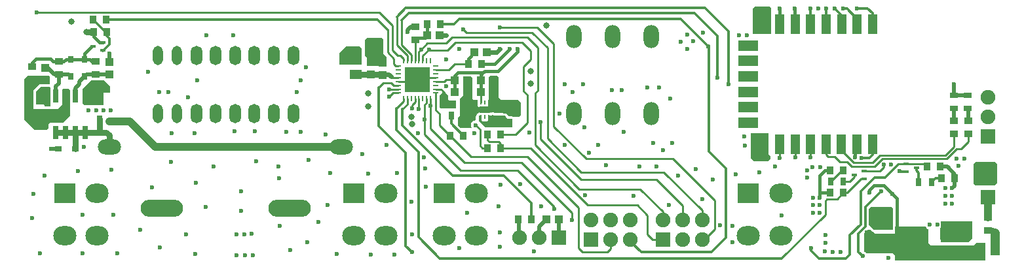
<source format=gtl>
G04 Layer_Physical_Order=1*
G04 Layer_Color=255*
%FSLAX24Y24*%
%MOIN*%
G70*
G01*
G75*
%ADD10R,0.0098X0.0236*%
%ADD11R,0.0354X0.0394*%
%ADD12R,0.0394X0.0354*%
%ADD13R,0.0394X0.0394*%
%ADD14R,0.0394X0.0394*%
%ADD15R,0.0450X0.1000*%
%ADD16R,0.1000X0.0550*%
%ADD17R,0.1299X0.1299*%
%ADD18O,0.0276X0.0098*%
%ADD19O,0.0098X0.0276*%
%ADD20R,0.0472X0.0630*%
%ADD21R,0.0630X0.0472*%
%ADD22R,0.0394X0.0315*%
%ADD23R,0.0315X0.0394*%
%ADD24R,0.0335X0.0315*%
%ADD25R,0.0315X0.0335*%
%ADD26R,0.0276X0.0157*%
%ADD27R,0.0283X0.0701*%
%ADD28R,0.1260X0.0630*%
%ADD29C,0.0098*%
%ADD30C,0.0197*%
%ADD31C,0.0157*%
%ADD32C,0.0118*%
%ADD33C,0.0236*%
%ADD34C,0.0315*%
%ADD35C,0.0472*%
%ADD36C,0.0394*%
%ADD37R,0.0571X0.0354*%
%ADD38C,0.0748*%
%ADD39R,0.0748X0.0748*%
%ADD40O,0.1181X0.0787*%
%ADD41O,0.2165X0.0866*%
%ADD42O,0.0512X0.0984*%
%ADD43O,0.0591X0.0984*%
%ADD44C,0.0236*%
%ADD45R,0.0748X0.0748*%
%ADD46O,0.1181X0.0984*%
%ADD47R,0.1102X0.0984*%
%ADD48O,0.0787X0.1181*%
%ADD49C,0.0315*%
%ADD50C,0.0394*%
G36*
X38071Y5433D02*
X38150Y5354D01*
X38150Y5197D01*
X38031Y5079D01*
X37323D01*
X37165Y5236D01*
X37165Y6496D01*
X38071D01*
Y5433D01*
D02*
G37*
G36*
X24043Y7453D02*
X24094Y7402D01*
X24646D01*
X24754Y7244D01*
X25039D01*
X25039Y6829D01*
X24685Y6829D01*
X23624Y6829D01*
X23317Y7136D01*
X23317Y7403D01*
X23337Y7419D01*
X23452D01*
Y7224D01*
X23462Y7178D01*
X23488Y7139D01*
X23527Y7113D01*
X23573Y7104D01*
X23671D01*
X23717Y7113D01*
X23756Y7139D01*
X23783Y7178D01*
X23792Y7224D01*
Y7419D01*
X23907D01*
X23954Y7428D01*
X23993Y7454D01*
X24043Y7453D01*
D02*
G37*
G36*
X21565Y8661D02*
X21769Y8457D01*
Y8425D01*
X21772Y8414D01*
X21772Y8228D01*
X21811Y8189D01*
X22165D01*
Y7795D01*
X21378D01*
X21339Y7835D01*
Y8434D01*
X21351Y8442D01*
X21388Y8498D01*
X21392Y8518D01*
X21457Y8583D01*
Y8626D01*
X21492Y8661D01*
X21565Y8661D01*
D02*
G37*
G36*
X49606Y5039D02*
X49685Y4961D01*
X49685Y3976D01*
X49567Y3858D01*
X48583Y3858D01*
X48504Y3937D01*
X48504Y4961D01*
X48583Y5039D01*
X49606Y5039D01*
D02*
G37*
G36*
X48425Y1142D02*
X48228Y945D01*
X46811Y945D01*
X46811Y2008D01*
X48425Y2008D01*
X48425Y1142D01*
D02*
G37*
G36*
X46055Y1732D02*
X46090Y1680D01*
X46168Y1628D01*
X46181Y1625D01*
X46181Y906D01*
X46319Y768D01*
X48484D01*
X48622Y906D01*
X49094Y906D01*
Y4D01*
X44488D01*
X44488Y276D01*
X44370Y394D01*
X44196D01*
X44173Y398D01*
X44150Y394D01*
X43033D01*
X43025Y407D01*
X42947Y459D01*
X42913Y465D01*
X42913Y1406D01*
X43082Y1575D01*
X43228D01*
X43504Y1378D01*
X44488D01*
Y1529D01*
X44501Y1548D01*
X44510Y1594D01*
Y1732D01*
X46055Y1732D01*
D02*
G37*
G36*
X44406Y2681D02*
Y1788D01*
X44399Y1778D01*
X44390Y1732D01*
Y1606D01*
X44387Y1595D01*
X44384Y1585D01*
X44377Y1575D01*
X44377Y1575D01*
X43436Y1575D01*
X43399Y1601D01*
X43163Y1837D01*
Y2651D01*
X43268Y2756D01*
X44331Y2756D01*
X44406Y2681D01*
D02*
G37*
G36*
X18465Y11299D02*
Y10571D01*
X18622Y10413D01*
Y9961D01*
X17638D01*
X17628Y9965D01*
Y10364D01*
X17520Y10472D01*
Y11260D01*
X17638Y11378D01*
X18386D01*
X18465Y11299D01*
D02*
G37*
G36*
X17362Y10827D02*
X17362Y10000D01*
X16260D01*
X16220Y10039D01*
X16220Y10591D01*
X16575Y10945D01*
X17244D01*
X17362Y10827D01*
D02*
G37*
G36*
X38189Y12913D02*
Y11575D01*
X37244Y11575D01*
X37244Y12874D01*
X37358Y12988D01*
X38114D01*
X38189Y12913D01*
D02*
G37*
G36*
X4567Y8917D02*
Y8563D01*
X4232D01*
Y7972D01*
X4213Y7953D01*
X3228D01*
X3150Y8031D01*
X3150Y8760D01*
X3602Y9213D01*
X3630D01*
X3642Y9210D01*
X4035D01*
X4047Y9213D01*
X4272D01*
X4567Y8917D01*
D02*
G37*
G36*
X24331Y9370D02*
Y8346D01*
X24449Y8228D01*
X25315Y8228D01*
X25472Y8071D01*
X25472Y7441D01*
X25394Y7362D01*
X25051Y7362D01*
X25039Y7365D01*
X24817D01*
X24745Y7470D01*
X24737Y7478D01*
X24731Y7487D01*
X24720Y7494D01*
X24711Y7503D01*
X24701Y7507D01*
X24692Y7513D01*
X24679Y7515D01*
X24668Y7520D01*
X24657Y7520D01*
X24646Y7522D01*
X24565D01*
X24547Y7539D01*
X24127D01*
X24109Y7551D01*
X24090Y7564D01*
X24089Y7564D01*
X24089Y7565D01*
X24067Y7569D01*
X24044Y7574D01*
X23994Y7575D01*
X23982Y7572D01*
X23969D01*
X23959Y7568D01*
X23948Y7566D01*
X23938Y7559D01*
X23935Y7558D01*
X23914Y7572D01*
X23868Y7581D01*
X23770D01*
X23724Y7572D01*
X23720Y7570D01*
X23717Y7572D01*
X23671Y7581D01*
X23573D01*
X23527Y7572D01*
X23524Y7570D01*
X23520Y7572D01*
X23474Y7581D01*
X23376D01*
X23330Y7572D01*
X23291Y7546D01*
X23273Y7519D01*
X23260Y7512D01*
X23241Y7496D01*
X23237Y7491D01*
X23232Y7488D01*
X23222Y7473D01*
X23211Y7460D01*
X23209Y7454D01*
X23206Y7449D01*
X23202Y7432D01*
X23197Y7415D01*
X23198Y7409D01*
X23197Y7403D01*
Y7399D01*
X23150Y7352D01*
Y7168D01*
X23067Y7152D01*
X22989Y7099D01*
X22937Y7021D01*
X22919Y6929D01*
X22937Y6837D01*
X22951Y6816D01*
X22928Y6772D01*
X22402D01*
X22244Y6929D01*
X22244Y7283D01*
X22362Y7402D01*
X22362Y8268D01*
X22520Y8425D01*
Y9406D01*
X22917D01*
X22992Y9331D01*
X22992Y8268D01*
X23031Y8228D01*
X23255D01*
Y8091D01*
X23256Y8086D01*
Y7972D01*
X23265Y7926D01*
X23291Y7887D01*
X23330Y7861D01*
X23376Y7852D01*
X23474D01*
X23520Y7861D01*
X23524Y7863D01*
X23527Y7861D01*
X23573Y7852D01*
X23671D01*
X23717Y7861D01*
X23756Y7887D01*
X23783Y7926D01*
X23792Y7972D01*
Y8209D01*
X23808Y8228D01*
X23819D01*
X23819Y9370D01*
X23898Y9449D01*
X24213D01*
X24331Y9370D01*
D02*
G37*
G36*
X1535Y8819D02*
Y7913D01*
X1496Y7874D01*
X1260D01*
X1220Y7913D01*
Y7953D01*
X1181Y7992D01*
X787D01*
Y8622D01*
X1061Y8896D01*
X1063Y8895D01*
X1457D01*
X1459Y8896D01*
X1535Y8819D01*
D02*
G37*
G36*
X1496Y9409D02*
Y9055D01*
X1457Y9016D01*
X1457Y9016D01*
X1063D01*
X1061Y9016D01*
X1059Y9016D01*
X984D01*
X669Y8701D01*
Y8634D01*
X667Y8622D01*
X667Y8622D01*
Y8386D01*
Y7992D01*
X669Y7980D01*
Y7756D01*
X1248D01*
X1260Y7754D01*
X1260Y7754D01*
X1496D01*
X1496Y7754D01*
X1508Y7756D01*
X1890D01*
X2126Y7992D01*
X2126Y8740D01*
X2165Y8780D01*
X2441Y8780D01*
X2520Y8701D01*
X2520Y7402D01*
X2165Y7047D01*
X1496D01*
X1417Y6969D01*
X1417Y6772D01*
X1339Y6693D01*
X709Y6693D01*
X201Y7201D01*
Y9295D01*
X354Y9449D01*
X1457D01*
X1496Y9409D01*
D02*
G37*
D10*
X23425Y8091D02*
D03*
X23622D02*
D03*
X23819D02*
D03*
Y7343D02*
D03*
X23622D02*
D03*
X23425D02*
D03*
D11*
X21870Y6378D02*
D03*
X22539D02*
D03*
X4370Y12303D02*
D03*
X3701D02*
D03*
X3720Y11693D02*
D03*
X4390D02*
D03*
X46122Y4803D02*
D03*
X46791D02*
D03*
X25335Y2126D02*
D03*
X26004D02*
D03*
X41870Y3465D02*
D03*
X41201D02*
D03*
X41870Y4606D02*
D03*
X41201D02*
D03*
X21358Y12087D02*
D03*
X20689D02*
D03*
X23465Y10039D02*
D03*
X22795D02*
D03*
X47539Y4213D02*
D03*
X46870D02*
D03*
X24429Y6457D02*
D03*
X23760D02*
D03*
Y5748D02*
D03*
X24429D02*
D03*
D12*
X49213Y2205D02*
D03*
Y1535D02*
D03*
X3839Y9508D02*
D03*
Y10177D02*
D03*
X48228Y7146D02*
D03*
Y6476D02*
D03*
X47480Y7146D02*
D03*
Y6476D02*
D03*
X20079Y11280D02*
D03*
Y11949D02*
D03*
X1969Y10177D02*
D03*
Y9508D02*
D03*
X591Y9232D02*
D03*
Y9902D02*
D03*
D13*
X21339Y11496D02*
D03*
X20709D02*
D03*
X23425Y8622D02*
D03*
X24055D02*
D03*
X23425Y9213D02*
D03*
X24055D02*
D03*
X27402Y2126D02*
D03*
X26772D02*
D03*
X23110Y10630D02*
D03*
X23740D02*
D03*
X21969Y7992D02*
D03*
X22598D02*
D03*
X22087Y9213D02*
D03*
X22717D02*
D03*
X22087Y8622D02*
D03*
X22717D02*
D03*
D14*
X17835Y9528D02*
D03*
Y10157D02*
D03*
X1260Y9213D02*
D03*
Y9843D02*
D03*
X4528Y9528D02*
D03*
Y10157D02*
D03*
X24449Y7205D02*
D03*
Y7835D02*
D03*
X43602Y1161D02*
D03*
Y1791D02*
D03*
X984Y7559D02*
D03*
Y8189D02*
D03*
X44193Y1161D02*
D03*
Y1791D02*
D03*
X18425Y10118D02*
D03*
Y9488D02*
D03*
D15*
X40202Y12085D02*
D03*
X41002D02*
D03*
X41782D02*
D03*
X42572D02*
D03*
X43352D02*
D03*
X39422D02*
D03*
X38642D02*
D03*
X37852D02*
D03*
X37842Y5935D02*
D03*
X38632D02*
D03*
X39412D02*
D03*
X40202Y5945D02*
D03*
X40992D02*
D03*
X41772D02*
D03*
X42572D02*
D03*
X43352D02*
D03*
D16*
X37032Y10985D02*
D03*
Y10205D02*
D03*
Y9425D02*
D03*
Y8625D02*
D03*
Y7845D02*
D03*
Y7045D02*
D03*
D17*
X20177Y9252D02*
D03*
D18*
X19213Y9941D02*
D03*
Y9744D02*
D03*
Y9547D02*
D03*
Y9350D02*
D03*
Y9154D02*
D03*
Y8957D02*
D03*
Y8760D02*
D03*
Y8563D02*
D03*
X21142D02*
D03*
Y8760D02*
D03*
Y8957D02*
D03*
Y9154D02*
D03*
Y9350D02*
D03*
Y9547D02*
D03*
Y9744D02*
D03*
Y9941D02*
D03*
D19*
X19488Y8287D02*
D03*
X19685D02*
D03*
X19882D02*
D03*
X20079D02*
D03*
X20276D02*
D03*
X20472D02*
D03*
X20669D02*
D03*
X20866D02*
D03*
Y10217D02*
D03*
X20669D02*
D03*
X20472D02*
D03*
X20276D02*
D03*
X20079D02*
D03*
X19882D02*
D03*
X19685D02*
D03*
X19488D02*
D03*
D20*
X48840Y591D02*
D03*
X49585D02*
D03*
D21*
X17047Y10254D02*
D03*
Y9509D02*
D03*
D22*
X47480Y7785D02*
D03*
Y8435D02*
D03*
X48189Y7785D02*
D03*
Y8435D02*
D03*
D23*
X45699Y4016D02*
D03*
X46348D02*
D03*
X41860Y4055D02*
D03*
X41211D02*
D03*
X22569Y7402D02*
D03*
X21919D02*
D03*
D24*
X2805Y5728D02*
D03*
X1919D02*
D03*
D25*
X2559Y10285D02*
D03*
Y9400D02*
D03*
X3248Y9400D02*
D03*
Y10285D02*
D03*
X4035Y8120D02*
D03*
Y7234D02*
D03*
D26*
X3681Y10945D02*
D03*
X4193Y11145D02*
D03*
Y10745D02*
D03*
X45581Y4744D02*
D03*
X45069Y4544D02*
D03*
Y4944D02*
D03*
X42421Y4370D02*
D03*
X42933Y4570D02*
D03*
Y4170D02*
D03*
D27*
X2809Y8402D02*
D03*
X3309D02*
D03*
X1809D02*
D03*
X2309D02*
D03*
X3309Y6559D02*
D03*
X1809D02*
D03*
X2309D02*
D03*
X2809D02*
D03*
D28*
X47441Y1378D02*
D03*
X45472D02*
D03*
D29*
X25295Y4626D02*
X27165Y2756D01*
Y2657D02*
Y2756D01*
X24321Y6073D02*
X24429Y5965D01*
X23848Y6073D02*
X24321D01*
X23760Y6161D02*
X23848Y6073D01*
X24429Y5748D02*
Y5965D01*
X20866Y6732D02*
X22579Y5020D01*
X21870Y6378D02*
X22933Y5315D01*
X23159Y6919D02*
Y6929D01*
X25591Y9921D02*
X25945Y10276D01*
X25591Y8661D02*
Y9921D01*
X25945Y10276D02*
Y10709D01*
X42756Y4173D02*
X42953D01*
X45069Y4951D02*
X45974D01*
X20079Y10217D02*
X20079Y10217D01*
X38701Y118D02*
X40945Y2362D01*
X23819Y8091D02*
Y8110D01*
Y7795D02*
Y8091D01*
X47480Y5827D02*
Y6476D01*
X41043Y3140D02*
X41545D01*
X41870Y3465D01*
Y3465D01*
X18268Y12677D02*
X18927Y12018D01*
X827Y12677D02*
X18268D01*
X47638Y5709D02*
X47874D01*
X48228Y6063D01*
X42047Y5039D02*
X42283Y4803D01*
X41693Y5039D02*
X42047D01*
X41772Y5630D02*
X42402Y5000D01*
X41772Y5630D02*
Y5945D01*
X42205Y4055D02*
X42421Y4272D01*
Y4370D01*
X41860Y4055D02*
X42205D01*
X43743Y4570D02*
X43937Y4764D01*
X42933Y4570D02*
X43743D01*
X41417Y5315D02*
X41693Y5039D01*
X41102Y5315D02*
X41417D01*
X48228Y6063D02*
Y6476D01*
X20079Y9154D02*
X20177Y9252D01*
X20276Y9350D01*
X21142D01*
X38632Y5246D02*
Y5935D01*
X39412Y5278D02*
Y5935D01*
X40202Y5280D02*
Y5945D01*
X40992Y5426D02*
X41102Y5315D01*
X40992Y5426D02*
Y5945D01*
X20669Y8065D02*
Y8287D01*
X20551Y7946D02*
X20669Y8065D01*
X20551Y7205D02*
Y7946D01*
X20276Y7756D02*
Y8287D01*
X20079Y8110D02*
Y8287D01*
X19921Y7953D02*
X20079Y8110D01*
X19921Y7795D02*
Y7953D01*
X20866Y7913D02*
Y8287D01*
X30035Y606D02*
Y984D01*
X20866Y6732D02*
Y7913D01*
X23425Y8622D02*
X23425Y8622D01*
X18917Y9350D02*
X19213D01*
X18996Y8957D02*
X19213D01*
X18986Y8760D02*
X18986Y8760D01*
X18962Y8563D02*
X19213D01*
X23425Y8091D02*
Y8622D01*
X21142Y9154D02*
X21555D01*
X21654Y9252D01*
X22047D01*
X22087Y9213D01*
X21142Y8760D02*
X21398D01*
X21142Y7677D02*
X21319Y7500D01*
X21142Y7677D02*
Y8563D01*
X21398Y8760D02*
X21555Y8602D01*
Y8346D02*
Y8602D01*
Y8346D02*
X21614D01*
X18775Y8376D02*
X18962Y8563D01*
X18858Y9094D02*
X18996Y8957D01*
X18858Y9409D02*
X18917Y9350D01*
X18986Y8760D02*
X19213D01*
X18760Y8760D02*
X18986D01*
X18228Y8858D02*
X18465Y9094D01*
X18858D01*
X18927Y10748D02*
X19203Y10472D01*
X18927Y10748D02*
Y12018D01*
X18681Y10630D02*
Y11772D01*
X19124Y7795D02*
X19488Y8159D01*
Y8287D01*
X19429Y7736D02*
X19685Y7992D01*
Y8287D01*
X19213Y9154D02*
X20079D01*
X20551Y6457D02*
Y7205D01*
X19203Y10472D02*
X19331D01*
X19488Y10315D01*
Y10217D02*
Y10315D01*
X21319Y6929D02*
Y7500D01*
Y6929D02*
X21870Y6378D01*
X34677Y1984D02*
Y2083D01*
X33677Y1984D02*
Y2083D01*
X40945Y3041D02*
X41043Y3140D01*
X40945Y2362D02*
Y3041D01*
X41870Y3465D02*
X42047D01*
X42756Y4173D01*
X42283Y4803D02*
X43465D01*
X42402Y5000D02*
X43346D01*
X43937Y4764D02*
Y4921D01*
X44668Y4944D02*
X45069D01*
X45974Y4951D02*
X46122Y4803D01*
X45069Y4944D02*
Y4951D01*
X43346Y5000D02*
X43740Y5394D01*
X47047D01*
X47480Y5827D01*
X43465Y4803D02*
X43858Y5197D01*
X47126D01*
X47638Y5709D01*
X43976Y4252D02*
X44668Y4944D01*
X19882Y10217D02*
Y10524D01*
X19685Y10217D02*
Y10470D01*
X19154Y11001D02*
X19685Y10470D01*
X19409Y10996D02*
X19882Y10524D01*
X19409Y10996D02*
Y12283D01*
X19154Y11001D02*
Y12461D01*
X20079Y10217D02*
Y11280D01*
X20079Y11280D02*
X20079Y11280D01*
X20276Y10217D02*
Y10669D01*
X20394Y10787D01*
X21142Y9744D02*
X21791D01*
X22087Y10039D01*
X22795D01*
X20787Y10787D02*
X20827Y10748D01*
X20472Y10217D02*
Y10472D01*
X20787Y10787D01*
X22539Y11811D02*
X22697Y11654D01*
X26043D01*
X25512Y11142D02*
X25945Y10709D01*
X20827Y10748D02*
X21732D01*
X22126Y11142D01*
X25512D01*
X20394Y10787D02*
X20709Y11102D01*
X21654D01*
X21969Y11417D01*
X24409Y11909D02*
X26280D01*
X27126Y11063D01*
X21969Y11417D02*
X25787D01*
X26339Y10866D01*
Y8701D02*
Y10866D01*
X25591Y8661D02*
X25787Y8465D01*
Y7047D02*
Y8465D01*
X23159Y6929D02*
X23386Y6703D01*
Y5866D02*
Y6703D01*
Y5866D02*
X23504Y5748D01*
X23760D01*
X20551Y6457D02*
X22382Y4626D01*
X28386Y650D02*
X28602Y433D01*
X29862D01*
X30035Y606D01*
X32146Y1083D02*
X32677D01*
X26181Y8543D02*
X26339Y8701D01*
X26043Y11654D02*
X26811Y10886D01*
X34677Y2083D02*
Y2567D01*
X27126Y6850D02*
Y11063D01*
X32677Y2083D02*
Y2520D01*
X31535Y3661D02*
X32677Y2520D01*
X33677Y2083D02*
Y2819D01*
X32362Y4134D02*
X33677Y2819D01*
X27126Y6850D02*
X28780Y5197D01*
X33189D01*
X22382Y4626D02*
X25295D01*
X22579Y5020D02*
X25492D01*
X28051Y2461D01*
Y2067D02*
Y2461D01*
X22933Y5315D02*
X25787D01*
X28386Y2717D01*
Y650D02*
Y2717D01*
X24429Y5748D02*
X25945D01*
X28858Y2835D01*
X26181Y5906D02*
Y8543D01*
Y5906D02*
X28425Y3661D01*
X31535D01*
X26476Y6201D02*
Y7087D01*
Y6201D02*
X28543Y4134D01*
X32362D01*
X26811Y6260D02*
Y10886D01*
Y6260D02*
X28543Y4528D01*
X32717D01*
X28858Y2835D02*
X31378D01*
X31890Y1339D02*
X32146Y1083D01*
X31890Y1339D02*
Y2323D01*
X31378Y2835D02*
X31890Y2323D01*
X19094Y9941D02*
X19213D01*
X18996Y10039D02*
X19094Y9941D01*
X18996Y10039D02*
Y10315D01*
X18681Y10630D02*
X18996Y10315D01*
X25197Y6457D02*
X25787Y7047D01*
X24429Y6457D02*
X25197D01*
X32717Y4528D02*
X34677Y2567D01*
X35315Y1622D02*
Y3071D01*
X33189Y5197D02*
X35315Y3071D01*
X34677Y984D02*
X35315Y1622D01*
X23760Y6161D02*
Y6378D01*
D30*
X26378Y1732D02*
X26772Y2126D01*
X26378Y1181D02*
Y1732D01*
X25354Y1181D02*
Y2008D01*
X3376Y9528D02*
X4528D01*
X25354Y2008D02*
Y2126D01*
X47402Y3701D02*
X47530Y3829D01*
X47146Y4803D02*
X47530Y4419D01*
X46791Y4803D02*
X47146D01*
X27402Y1188D02*
X27416Y1174D01*
X27402Y1188D02*
Y2126D01*
X26378Y984D02*
Y1181D01*
X25335Y2028D02*
X25354Y2008D01*
X25335Y2028D02*
Y2126D01*
X49124Y8435D02*
X49213Y8346D01*
X1809Y8402D02*
Y8896D01*
X1969Y9055D01*
Y9508D01*
X2451D02*
X2559Y9400D01*
X1969Y9508D02*
X2451D01*
X3248Y9400D02*
X3376Y9528D01*
X2809Y8402D02*
Y8813D01*
X1575Y5728D02*
X1919D01*
X1713Y9508D02*
X1969D01*
X1260Y9843D02*
Y9843D01*
X1378D01*
X1713Y9508D01*
X4528Y10157D02*
X4528Y10158D01*
Y10591D01*
X2809Y8813D02*
X2992Y8996D01*
Y9144D01*
X3248Y9400D01*
X47480Y8435D02*
Y9016D01*
Y8435D02*
X48189D01*
X48228Y7146D02*
Y7746D01*
X48189Y7785D02*
X48228Y7746D01*
X47480Y7146D02*
Y7785D01*
X19862Y11949D02*
X20079D01*
X19685Y11772D02*
X19862Y11949D01*
X19685Y11673D02*
Y11772D01*
X47530Y3829D02*
Y4419D01*
D31*
X23543Y9606D02*
X23622Y9685D01*
X23425Y9488D02*
X23543Y9606D01*
X22244D02*
X23543D01*
X23425Y9213D02*
Y9488D01*
X22087Y9449D02*
X22244Y9606D01*
X22087Y9213D02*
Y9449D01*
X22795Y10039D02*
X22795Y10039D01*
Y10315D01*
X23110Y10630D01*
X23465Y10039D02*
X24114D01*
X23622Y9685D02*
X24291D01*
X25295Y10689D01*
Y10827D01*
X24114Y10039D02*
X24902Y10827D01*
X38622Y12165D02*
X38701Y12087D01*
X42470Y5844D02*
X42572Y5945D01*
X42470Y5285D02*
Y5844D01*
X40941Y4606D02*
X41181D01*
X40669Y4335D02*
X40941Y4606D01*
X43937Y3858D02*
X44370Y3425D01*
X43425Y3858D02*
X43937D01*
X43189Y3622D02*
X43425Y3858D01*
X44370Y3425D02*
X44606Y3189D01*
X44646Y1417D02*
Y1437D01*
X38622Y12165D02*
Y12874D01*
X23425Y8622D02*
Y9213D01*
X22087Y8622D02*
Y9173D01*
X43189Y3465D02*
Y3622D01*
X40669Y3465D02*
X41142D01*
X40669Y3228D02*
Y3465D01*
Y4335D01*
X1969Y10177D02*
X2205D01*
X2313Y10285D01*
X2559D01*
X3248D01*
X3248Y10285D01*
Y10285D02*
Y10591D01*
X3248Y10285D02*
X3248Y10285D01*
X3642Y10177D02*
X3839D01*
X3248Y10285D02*
X3533D01*
X3642Y10177D01*
X3248Y10591D02*
X3583Y10925D01*
X591Y9902D02*
Y10118D01*
X4013Y11145D02*
X4193D01*
X3720Y11437D02*
X4013Y11145D01*
X3720Y11437D02*
Y11693D01*
X1673Y10177D02*
X1969D01*
X591Y10118D02*
X787Y10315D01*
X1535D01*
X1673Y10177D01*
X39409Y12097D02*
Y12874D01*
Y12097D02*
X39422Y12085D01*
X20177Y11378D02*
X20591D01*
X20709Y11496D01*
X20079Y11280D02*
X20177Y11378D01*
X20709Y11496D02*
Y12067D01*
X20689Y12087D02*
X20709Y12067D01*
X41142Y3465D02*
X41220Y3386D01*
X44606Y1437D02*
Y3189D01*
D32*
X19764Y12638D02*
X34301D01*
X19409Y12283D02*
X19764Y12638D01*
X34301D02*
X35472Y11467D01*
X19606Y12913D02*
X34833D01*
X42746Y1841D02*
Y3533D01*
X42205Y1299D02*
X42746Y1841D01*
X42205Y315D02*
Y1299D01*
X42008Y118D02*
X42205Y315D01*
X42638Y453D02*
Y1386D01*
X42982Y1730D01*
Y2746D01*
X4193Y10725D02*
X4528Y11060D01*
X4390Y11476D02*
X4528Y11339D01*
Y11060D02*
Y11339D01*
X4390Y11476D02*
Y11693D01*
X21339Y118D02*
X38701D01*
X20256Y1201D02*
X21339Y118D01*
X42638Y453D02*
X42854Y236D01*
X42982Y2746D02*
X43780Y3543D01*
X45699Y4016D02*
Y4478D01*
X44747Y4544D02*
X45069D01*
X36024Y9016D02*
Y11722D01*
X40236Y502D02*
Y630D01*
X45581Y4596D02*
Y4744D01*
Y4596D02*
X45699Y4478D01*
X40197Y12090D02*
X40202Y12085D01*
X40197Y12090D02*
Y12874D01*
X40984Y12102D02*
X41002Y12085D01*
X40984Y12102D02*
Y12874D01*
X41782Y12085D02*
Y12510D01*
X41417Y12874D02*
X41782Y12510D01*
X42572Y12085D02*
Y12350D01*
X42047Y12874D02*
X42572Y12350D01*
X41929Y12874D02*
X42047D01*
X43352Y12480D02*
Y12633D01*
X43110Y12874D02*
X43352Y12633D01*
X42559Y12874D02*
X43110D01*
X35039Y5591D02*
Y10906D01*
X41220Y4094D02*
X41299D01*
X41811Y4606D01*
X41870D01*
X36024Y9016D02*
X36043Y9035D01*
X35000Y10945D02*
X35039Y10906D01*
X35010Y10955D02*
X35010D01*
X35000Y10945D02*
X35010Y10955D01*
X21919Y6998D02*
Y7402D01*
Y6998D02*
X22539Y6378D01*
X19124Y6673D02*
X20256Y5541D01*
Y1201D02*
Y5502D01*
X18228Y6870D02*
Y8858D01*
X19596Y758D02*
X19921Y433D01*
X19596Y758D02*
Y5463D01*
X18228Y6870D02*
X19596Y5502D01*
X19429Y6949D02*
Y7736D01*
X19124Y6673D02*
Y7795D01*
X31035Y984D02*
X31587Y433D01*
X35157D01*
X19154Y12461D02*
X19606Y12913D01*
X34833D02*
X36024Y11722D01*
X42807Y5246D02*
X43199D01*
X43352Y5399D01*
Y5512D01*
X44724Y4567D02*
X44747Y4544D01*
X40236Y502D02*
X40620Y118D01*
X42008D01*
X42746Y3533D02*
X43465Y4252D01*
X43976D01*
X4370Y12303D02*
X18150D01*
X18681Y11772D01*
X3701Y12303D02*
X4311Y11693D01*
X4390D01*
X35472Y9331D02*
Y11467D01*
X46545Y4213D02*
X46870D01*
X46348Y4016D02*
X46545Y4213D01*
X22323Y12362D02*
X33602D01*
X21358Y12087D02*
X22047D01*
X22323Y12362D01*
X19429Y6909D02*
X22008Y4331D01*
X24606D01*
X26004Y2933D01*
Y2126D02*
Y2933D01*
X35157Y433D02*
X35906Y1181D01*
Y4724D01*
X35039Y5591D02*
X35906Y4724D01*
X33602Y12362D02*
X35010Y10955D01*
D33*
X18386Y9528D02*
X18740D01*
X18368Y9509D02*
X18386Y9528D01*
X18740D02*
X18858Y9409D01*
X21339Y11496D02*
X21654D01*
X21299D02*
X21339D01*
X23740Y10630D02*
X24213D01*
X24409Y10827D01*
D34*
X17047Y9509D02*
X18368D01*
X49449Y1535D02*
X49585Y1399D01*
X49213Y1535D02*
X49449D01*
X4366Y6559D02*
X4528Y6398D01*
X4035Y6559D02*
X4366D01*
X2805Y6555D02*
X2809Y6559D01*
X1809D02*
X2309D01*
X2809D01*
X3309D01*
X4035D02*
Y7234D01*
X3309Y6559D02*
X4035D01*
X4528Y5827D02*
Y6398D01*
X3346Y11693D02*
X3661D01*
X2805Y5728D02*
Y6555D01*
D35*
X49585Y591D02*
Y1399D01*
D36*
X49213Y2205D02*
Y3248D01*
X5571Y7126D02*
X6870Y5827D01*
X4528Y7126D02*
X5571D01*
X6870Y5827D02*
X16339D01*
D37*
X23622Y7717D02*
D03*
D38*
X31035Y2083D02*
D03*
Y1083D02*
D03*
X30035D02*
D03*
X29035Y2083D02*
D03*
X30035D02*
D03*
X34677D02*
D03*
Y1083D02*
D03*
X33677D02*
D03*
X32677Y2083D02*
D03*
X33677D02*
D03*
X26378Y1181D02*
D03*
X25378D02*
D03*
X49213Y7346D02*
D03*
Y8346D02*
D03*
Y4248D02*
D03*
D39*
X29035Y1083D02*
D03*
X32677D02*
D03*
X27378Y1181D02*
D03*
D40*
X16339Y5827D02*
D03*
X4528D02*
D03*
D41*
X7185Y2677D02*
D03*
X13681D02*
D03*
D42*
X6988Y10472D02*
D03*
X7972D02*
D03*
Y7520D02*
D03*
X6988D02*
D03*
D43*
X9941Y10472D02*
D03*
X11909D02*
D03*
X12894D02*
D03*
X13878D02*
D03*
X10925D02*
D03*
X8957D02*
D03*
Y7520D02*
D03*
X10925D02*
D03*
X13878D02*
D03*
X12894D02*
D03*
X11909D02*
D03*
X9941D02*
D03*
D44*
X41850Y12874D02*
D03*
X40984D02*
D03*
X40197D02*
D03*
X38622D02*
D03*
X25295Y10827D02*
D03*
X22539Y11811D02*
D03*
X24409Y11909D02*
D03*
X22343Y10827D02*
D03*
X24902D02*
D03*
X24409D02*
D03*
X27165Y2657D02*
D03*
X46260Y1850D02*
D03*
X48268Y1220D02*
D03*
X49094Y4882D02*
D03*
X48268Y1850D02*
D03*
X47874D02*
D03*
X43071Y1457D02*
D03*
X45079Y787D02*
D03*
Y433D02*
D03*
X44173Y157D02*
D03*
X44685Y433D02*
D03*
X11417Y276D02*
D03*
X11772Y1378D02*
D03*
X10984Y276D02*
D03*
X11378Y1339D02*
D03*
X11811Y276D02*
D03*
X10984Y1339D02*
D03*
X14528Y9882D02*
D03*
X18622Y5896D02*
D03*
X42807Y5246D02*
D03*
X42470Y5285D02*
D03*
X47638Y5217D02*
D03*
X40709Y4764D02*
D03*
X40669Y2835D02*
D03*
Y2441D02*
D03*
X40945Y1319D02*
D03*
X40935Y492D02*
D03*
X42854Y236D02*
D03*
X40669Y3228D02*
D03*
X19892Y3002D02*
D03*
X16102Y335D02*
D03*
X36388Y4409D02*
D03*
X33465Y4331D02*
D03*
X2943Y4587D02*
D03*
X3150Y2362D02*
D03*
X4921Y394D02*
D03*
X7677Y6496D02*
D03*
X8858Y6496D02*
D03*
X591Y2165D02*
D03*
X3150Y394D02*
D03*
X984D02*
D03*
X659Y3425D02*
D03*
X1220Y4360D02*
D03*
X4636Y4646D02*
D03*
X6102Y1575D02*
D03*
X9429Y2756D02*
D03*
X8415Y1339D02*
D03*
X8898Y354D02*
D03*
X13189Y1772D02*
D03*
X11230Y2559D02*
D03*
X8937Y3976D02*
D03*
X6693Y3740D02*
D03*
X9813Y4813D02*
D03*
X11220Y3543D02*
D03*
X7648Y5030D02*
D03*
X4724Y2362D02*
D03*
X13740Y551D02*
D03*
X7087Y689D02*
D03*
X37598Y4528D02*
D03*
X24321Y2795D02*
D03*
X20620Y3789D02*
D03*
X22313Y640D02*
D03*
X26132Y482D02*
D03*
X28740Y3346D02*
D03*
X14065Y8602D02*
D03*
X14587Y945D02*
D03*
X15157Y1969D02*
D03*
X17835Y315D02*
D03*
X19016D02*
D03*
X19921Y1339D02*
D03*
X24409Y709D02*
D03*
Y1457D02*
D03*
X26496Y2795D02*
D03*
X34685Y3150D02*
D03*
X36220Y945D02*
D03*
X38720Y2313D02*
D03*
X36220Y1772D02*
D03*
X35236Y4134D02*
D03*
X34370Y4685D02*
D03*
X32362Y4803D02*
D03*
X31496D02*
D03*
X28937Y5512D02*
D03*
X13120Y4803D02*
D03*
X12008Y5079D02*
D03*
X11929Y6614D02*
D03*
X10906D02*
D03*
X13150Y4203D02*
D03*
X15630Y2835D02*
D03*
X22717Y2441D02*
D03*
X24429Y3878D02*
D03*
X25433Y3927D02*
D03*
X14252Y6575D02*
D03*
X13543D02*
D03*
X14646Y5157D02*
D03*
X15748Y4488D02*
D03*
X17707Y4459D02*
D03*
X8543Y8346D02*
D03*
X6496Y9646D02*
D03*
X7047Y8622D02*
D03*
X7520D02*
D03*
X8986Y9203D02*
D03*
X14262D02*
D03*
X33071Y8268D02*
D03*
X32480Y8858D02*
D03*
X31890D02*
D03*
X30591Y8701D02*
D03*
X30079D02*
D03*
X30709Y6575D02*
D03*
X19173Y4488D02*
D03*
X29803Y4882D02*
D03*
X27677Y5906D02*
D03*
X29409D02*
D03*
X28701Y6811D02*
D03*
X27431Y7510D02*
D03*
X25906Y6535D02*
D03*
X23110Y6526D02*
D03*
X20236Y6516D02*
D03*
X17402Y5433D02*
D03*
X44646Y1437D02*
D03*
X24882Y7874D02*
D03*
X827Y12677D02*
D03*
X36850Y5866D02*
D03*
X33937Y10827D02*
D03*
X42559Y12874D02*
D03*
X41417D02*
D03*
X40591D02*
D03*
X39409D02*
D03*
X20571Y8858D02*
D03*
X19783D02*
D03*
X21654Y8898D02*
D03*
X20177Y9252D02*
D03*
X22411Y7018D02*
D03*
X22746D02*
D03*
X22992Y7283D02*
D03*
X25276Y7520D02*
D03*
X24882D02*
D03*
X25276Y7874D02*
D03*
X23031Y8110D02*
D03*
X19783Y9646D02*
D03*
X20571D02*
D03*
X41732Y433D02*
D03*
X41339D02*
D03*
X40945Y925D02*
D03*
X48661Y4055D02*
D03*
Y4449D02*
D03*
Y4843D02*
D03*
X49528Y4882D02*
D03*
X37402Y5236D02*
D03*
X38386Y4803D02*
D03*
X37402Y5551D02*
D03*
X37992Y5236D02*
D03*
X37717D02*
D03*
X40039Y4606D02*
D03*
Y4262D02*
D03*
X40305Y4774D02*
D03*
X36969Y11496D02*
D03*
X36575D02*
D03*
X44291Y4921D02*
D03*
X47717Y4843D02*
D03*
X48032Y5217D02*
D03*
X35472Y9331D02*
D03*
X37402Y12677D02*
D03*
X37677Y12835D02*
D03*
X36811Y6339D02*
D03*
X47047Y3307D02*
D03*
X38031Y12835D02*
D03*
X38632Y5246D02*
D03*
X39412Y5278D02*
D03*
X40202Y5280D02*
D03*
X43780Y3543D02*
D03*
X44370Y3425D02*
D03*
X47047Y2913D02*
D03*
X47402D02*
D03*
X40315Y2441D02*
D03*
Y3228D02*
D03*
X47402Y3307D02*
D03*
X40315Y2835D02*
D03*
X47047Y3701D02*
D03*
X47402D02*
D03*
X43110Y1102D02*
D03*
X43091Y738D02*
D03*
X44685Y787D02*
D03*
X44646Y1102D02*
D03*
X36024Y9016D02*
D03*
X19921Y7795D02*
D03*
X20866Y7913D02*
D03*
X20276Y7756D02*
D03*
X20551Y7205D02*
D03*
X28051Y2067D02*
D03*
X24862Y7047D02*
D03*
X24016Y7008D02*
D03*
X33937Y11535D02*
D03*
X34213Y11220D02*
D03*
X33583Y11181D02*
D03*
X34724Y11654D02*
D03*
X40236Y630D02*
D03*
X35000Y10945D02*
D03*
X27677Y9016D02*
D03*
X28110Y8622D02*
D03*
X28622Y9016D02*
D03*
X33150Y6024D02*
D03*
X32677Y5630D02*
D03*
X32205Y6024D02*
D03*
X17126Y10748D02*
D03*
X16693D02*
D03*
X16417Y10157D02*
D03*
Y10512D02*
D03*
X18760Y8760D02*
D03*
X18775Y8376D02*
D03*
X21496Y7953D02*
D03*
X21555Y8346D02*
D03*
X19921Y433D02*
D03*
X43189Y3465D02*
D03*
X20610Y4705D02*
D03*
X20541Y5295D02*
D03*
X23159Y6929D02*
D03*
X15512Y6457D02*
D03*
X43937Y4921D02*
D03*
X44724Y4567D02*
D03*
X787Y7165D02*
D03*
X1102D02*
D03*
Y6850D02*
D03*
X1575Y5728D02*
D03*
X4606Y7677D02*
D03*
X3858D02*
D03*
X4213D02*
D03*
X3622Y8937D02*
D03*
Y8543D02*
D03*
X4035Y9055D02*
D03*
X4429Y8760D02*
D03*
X3465Y7677D02*
D03*
X787Y6850D02*
D03*
X1378Y8031D02*
D03*
Y8740D02*
D03*
Y8386D02*
D03*
X984Y8543D02*
D03*
X3228Y5827D02*
D03*
X4528Y10591D02*
D03*
X47480Y9016D02*
D03*
X48268Y1535D02*
D03*
X46654Y1850D02*
D03*
X10827Y11496D02*
D03*
X9449D02*
D03*
X20394Y10787D02*
D03*
X21654Y11496D02*
D03*
X19685Y11673D02*
D03*
X21654Y10276D02*
D03*
X20787Y10787D02*
D03*
X26476Y7087D02*
D03*
X43406Y2559D02*
D03*
X43799D02*
D03*
X43406Y2264D02*
D03*
X43799D02*
D03*
X44193D02*
D03*
Y2559D02*
D03*
X32992Y2835D02*
D03*
X31181Y3307D02*
D03*
X35591Y1811D02*
D03*
D45*
X49213Y6346D02*
D03*
Y3248D02*
D03*
D46*
X3909Y3445D02*
D03*
X2256Y1280D02*
D03*
X3909D02*
D03*
X38689D02*
D03*
X37035D02*
D03*
X38689Y3445D02*
D03*
X23205D02*
D03*
X21551Y1280D02*
D03*
X23205D02*
D03*
X18610D02*
D03*
X16957D02*
D03*
X18610Y3445D02*
D03*
D47*
X2256D02*
D03*
X37035D02*
D03*
X21551D02*
D03*
X16957D02*
D03*
D48*
X28150Y7520D02*
D03*
X30118D02*
D03*
X32087D02*
D03*
Y11457D02*
D03*
X30118D02*
D03*
X28150D02*
D03*
D49*
X25945Y9685D02*
D03*
Y9055D02*
D03*
X26772Y12008D02*
D03*
X2598Y12205D02*
D03*
X19911Y6969D02*
D03*
X19892Y7362D02*
D03*
X17726Y10718D02*
D03*
X17707Y11152D02*
D03*
X18189Y10709D02*
D03*
Y11142D02*
D03*
X17707Y7874D02*
D03*
Y8543D02*
D03*
X3346Y11693D02*
D03*
D50*
X4528Y7126D02*
D03*
M02*

</source>
